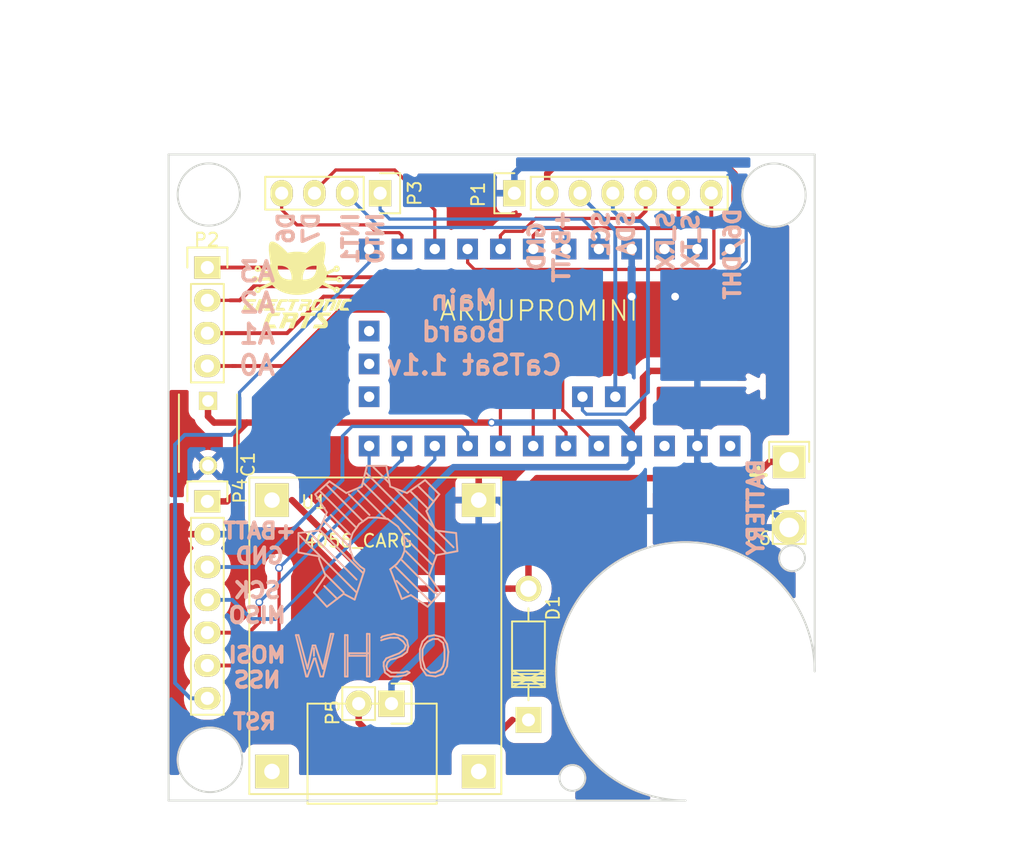
<source format=kicad_pcb>
(kicad_pcb (version 20221018) (generator pcbnew)
  (title_block (title "CatSat") (date "2016-10-16") (rev "0.02") (company "Electronic Cats") (comment 1 "Eduardo Contreras"))
  (layers (0 "F.Cu" signal) (31 "B.Cu" signal) (34 "B.Paste" user) (35 "F.Paste" user) (36 "B.SilkS" user "B.Silkscreen") (37 "F.SilkS" user "F.Silkscreen") (38 "B.Mask" user) (39 "F.Mask" user) (44 "Edge.Cuts" user))
  (net 0 "")
  (net 1 "GND")
  (net 2 "Net-(D1-Pad2)")
  (net 3 "+BATT")
  (net 4 "Net-(RAW1-Pad7)")
  (net 5 "Net-(RAW1-Pad8)")
  (net 6 "Net-(RAW1-Pad9)")
  (net 7 "Net-(RAW1-Pad19)")
  (net 8 "Net-(RAW1-Pad21)")
  (net 9 "Net-(U1-Pad1)")
  (net 10 "Net-(U1-Pad2)")
  (net 11 "Net-(D1-Pad1)")
  (net 12 "/SCL")
  (net 13 "/SDA")
  (net 14 "/S_RX")
  (net 15 "/S_TX")
  (net 16 "/DHT/D6")
  (net 17 "/A3")
  (net 18 "/A2")
  (net 19 "/A1")
  (net 20 "/A0")
  (net 21 "/INT0")
  (net 22 "/INT1")
  (net 23 "/D7")
  (net 24 "/D8")
  (net 25 "/SCK")
  (net 26 "/MISO")
  (net 27 "/MOSI")
  (net 28 "/NSS")
  (net 29 "/RST")
  (footprint "Diodes_ThroughHole:Diode_DO-41_SOD81_Horizontal_RM10" (layer "F.Cu") (at 112.40254 97.66 90)
    (fp_text reference "D1" (at 8.66 1.89746 90) (layer "F.SilkS"))
    (fp_text value "D")
    (pad "1" thru_hole rect (at 0 -0.00254 270) (size 1.99898 1.99898) (drill 1.00076) (layers "*.Cu" "*.Mask" "F.SilkS") (net 11 "Net-(D1-Pad1)"))
    (pad "2" thru_hole circle (at 10.16 -0.00254 270) (size 1.99898 1.99898) (drill 1.27) (layers "*.Cu" "*.Mask" "F.SilkS") (net 2 "Net-(D1-Pad2)"))
  )
  (footprint "Pin_Headers:Pin_Header_Straight_1x07" (layer "F.Cu") (at 111.31 56.9 90)
    (fp_text reference "P1" (at -0.1 -2.8 90) (layer "F.SilkS"))
    (fp_text value "CONN_01X07")
    (pad "1" thru_hole rect (at 0 0 90) (size 2.032 1.7272) (drill 1.016) (layers "*.Cu" "*.Mask" "F.SilkS") (net 1 "GND"))
    (pad "2" thru_hole oval (at 0 2.54 90) (size 2.032 1.7272) (drill 1.016) (layers "*.Cu" "*.Mask" "F.SilkS") (net 3 "+BATT"))
    (pad "3" thru_hole oval (at 0 5.08 90) (size 2.032 1.7272) (drill 1.016) (layers "*.Cu" "*.Mask" "F.SilkS") (net 12 "/SCL"))
    (pad "4" thru_hole oval (at 0 7.62 90) (size 2.032 1.7272) (drill 1.016) (layers "*.Cu" "*.Mask" "F.SilkS") (net 13 "/SDA"))
    (pad "5" thru_hole oval (at 0 10.16 90) (size 2.032 1.7272) (drill 1.016) (layers "*.Cu" "*.Mask" "F.SilkS") (net 14 "/S_RX"))
    (pad "6" thru_hole oval (at 0 12.7 90) (size 2.032 1.7272) (drill 1.016) (layers "*.Cu" "*.Mask" "F.SilkS") (net 15 "/S_TX"))
    (pad "7" thru_hole oval (at 0 15.24 90) (size 2.032 1.7272) (drill 1.016) (layers "*.Cu" "*.Mask" "F.SilkS") (net 16 "/DHT/D6"))
  )
  (footprint "Pin_Headers:Pin_Header_Straight_1x02" (layer "F.Cu") (at 101.8 96.4 -90)
    (fp_text reference "P5" (at 0.7 4.55 270) (layer "F.SilkS"))
    (fp_text value "ON/OFF")
    (pad "1" thru_hole rect (at 0 0 270) (size 2.032 2.032) (drill 1.016) (layers "*.Cu" "*.Mask" "F.SilkS") (net 3 "+BATT"))
    (pad "2" thru_hole oval (at 0 2.54 270) (size 2.032 2.032) (drill 1.016) (layers "*.Cu" "*.Mask" "F.SilkS") (net 11 "Net-(D1-Pad1)"))
  )
  (footprint "Pin_Headers:Pin_Header_Straight_1x04" (layer "F.Cu") (at 87.55 62.65)
    (fp_text reference "P2" (at -0.05 -2.15) (layer "F.SilkS"))
    (fp_text value "CONN_01X04")
    (pad "1" thru_hole rect (at 0 0) (size 2.032 1.7272) (drill 1.016) (layers "*.Cu" "*.Mask" "F.SilkS") (net 17 "/A3"))
    (pad "2" thru_hole oval (at 0 2.54) (size 2.032 1.7272) (drill 1.016) (layers "*.Cu" "*.Mask" "F.SilkS") (net 18 "/A2"))
    (pad "3" thru_hole oval (at 0 5.08) (size 2.032 1.7272) (drill 1.016) (layers "*.Cu" "*.Mask" "F.SilkS") (net 19 "/A1"))
    (pad "4" thru_hole oval (at 0 7.62) (size 2.032 1.7272) (drill 1.016) (layers "*.Cu" "*.Mask" "F.SilkS") (net 20 "/A0"))
  )
  (footprint "Pin_Headers:Pin_Header_Straight_1x07" (layer "F.Cu") (at 87.55 80.75)
    (fp_text reference "P4" (at 2.55 -0.8 90) (layer "F.SilkS"))
    (fp_text value "CONN_01X07")
    (pad "1" thru_hole rect (at 0 0) (size 2.032 1.7272) (drill 1.016) (layers "*.Cu" "*.Mask" "F.SilkS") (net 3 "+BATT"))
    (pad "2" thru_hole oval (at 0 2.54) (size 2.032 1.7272) (drill 1.016) (layers "*.Cu" "*.Mask" "F.SilkS") (net 1 "GND"))
    (pad "3" thru_hole oval (at 0 5.08) (size 2.032 1.7272) (drill 1.016) (layers "*.Cu" "*.Mask" "F.SilkS") (net 25 "/SCK"))
    (pad "4" thru_hole oval (at 0 7.62) (size 2.032 1.7272) (drill 1.016) (layers "*.Cu" "*.Mask" "F.SilkS") (net 26 "/MISO"))
    (pad "5" thru_hole oval (at 0 10.16) (size 2.032 1.7272) (drill 1.016) (layers "*.Cu" "*.Mask" "F.SilkS") (net 27 "/MOSI"))
    (pad "6" thru_hole oval (at 0 12.7) (size 2.032 1.7272) (drill 1.016) (layers "*.Cu" "*.Mask" "F.SilkS") (net 28 "/NSS"))
    (pad "7" thru_hole oval (at 0 15.24) (size 2.032 1.7272) (drill 1.016) (layers "*.Cu" "*.Mask" "F.SilkS") (net 29 "/RST"))
  )
  (footprint "Pin_Headers:Pin_Header_Straight_1x04" (layer "F.Cu") (at 100.92 56.9 -90)
    (fp_text reference "P3" (at 0 -2.68 270) (layer "F.SilkS"))
    (fp_text value "CONN_01X04")
    (pad "1" thru_hole rect (at 0 0 270) (size 2.032 1.7272) (drill 1.016) (layers "*.Cu" "*.Mask" "F.SilkS") (net 21 "/INT0"))
    (pad "2" thru_hole oval (at 0 2.54 270) (size 2.032 1.7272) (drill 1.016) (layers "*.Cu" "*.Mask" "F.SilkS") (net 22 "/INT1"))
    (pad "3" thru_hole oval (at 0 5.08 270) (size 2.032 1.7272) (drill 1.016) (layers "*.Cu" "*.Mask" "F.SilkS") (net 23 "/D7"))
    (pad "4" thru_hole oval (at 0 7.62 270) (size 2.032 1.7272) (drill 1.016) (layers "*.Cu" "*.Mask" "F.SilkS") (net 24 "/D8"))
  )
  (footprint "4056_lipoCharg" (layer "F.Cu") (at 89.8 77.4)
    (fp_text reference "U1" (at 6 3.4) (layer "F.SilkS"))
    (fp_text value "4056_CARG" (at 9.4 6.4) (layer "F.SilkS"))
    (pad "1" thru_hole rect (at 2.75 24.25) (size 2.6 2.6) (drill 1.2) (layers "*.Cu" "*.Mask" "F.SilkS") (net 9 "Net-(U1-Pad1)"))
    (pad "2" thru_hole rect (at 18.75 24.25) (size 2.6 2.6) (drill 1.2) (layers "*.Cu" "*.Mask" "F.SilkS") (net 10 "Net-(U1-Pad2)"))
    (pad "3" thru_hole rect (at 2.75 3.25) (size 2.6 2.6) (drill 1.2) (layers "*.Cu" "*.Mask" "F.SilkS") (net 2 "Net-(D1-Pad2)"))
    (pad "4" thru_hole rect (at 18.75 3.25) (size 2.6 2.6) (drill 1.2) (layers "*.Cu" "*.Mask" "F.SilkS") (net 1 "GND"))
  )
  (footprint "arduinoMiniPro" (layer "F.Cu") (at 121.66 66.3 -90)
    (fp_text reference "RAW1")
    (fp_text value "ARDUPROMINI" (at -0.3 8.46) (layer "F.SilkS") (effects (font (size 1.524 1.524))))
    (pad "7" thru_hole rect (at -5.08 -6.35 90) (size 1.6 1.6) (drill 0.8) (layers "*.Cu" "*.Mask") (net 4 "Net-(RAW1-Pad7)"))
    (pad "8" thru_hole rect (at -5.08 -3.81 90) (size 1.6 1.6) (drill 0.8) (layers "*.Cu" "*.Mask") (net 5 "Net-(RAW1-Pad8)"))
    (pad "9" thru_hole rect (at -5.08 -1.27 90) (size 1.6 1.6) (drill 0.8) (layers "*.Cu" "*.Mask") (net 6 "Net-(RAW1-Pad9)"))
    (pad "10" thru_hole rect (at -5.08 1.27 90) (size 1.6 1.6) (drill 0.8) (layers "*.Cu" "*.Mask") (net 1 "GND"))
    (pad "11" thru_hole rect (at -5.08 3.81 90) (size 1.6 1.6) (drill 0.8) (layers "*.Cu" "*.Mask") (net 21 "/INT0"))
    (pad "12" thru_hole rect (at -5.08 6.35 90) (size 1.6 1.6) (drill 0.8) (layers "*.Cu" "*.Mask") (net 22 "/INT1"))
    (pad "13" thru_hole rect (at -5.08 8.89 90) (size 1.6 1.6) (drill 0.8) (layers "*.Cu" "*.Mask") (net 15 "/S_TX"))
    (pad "14" thru_hole rect (at -5.08 11.43 90) (size 1.6 1.6) (drill 0.8) (layers "*.Cu" "*.Mask") (net 14 "/S_RX"))
    (pad "15" thru_hole rect (at -5.08 13.97 90) (size 1.6 1.6) (drill 0.8) (layers "*.Cu" "*.Mask") (net 16 "/DHT/D6"))
    (pad "16" thru_hole rect (at -5.08 16.51 90) (size 1.6 1.6) (drill 0.8) (layers "*.Cu" "*.Mask") (net 23 "/D7"))
    (pad "17" thru_hole rect (at -5.08 19.05 90) (size 1.6 1.6) (drill 0.8) (layers "*.Cu" "*.Mask") (net 24 "/D8"))
    (pad "18" thru_hole rect (at -5.08 21.59 90) (size 1.6 1.6) (drill 0.8) (layers "*.Cu" "*.Mask") (net 29 "/RST"))
    (pad "19" thru_hole rect (at 10.16 -6.35 90) (size 1.6 1.6) (drill 0.8) (layers "*.Cu" "*.Mask") (net 7 "Net-(RAW1-Pad19)"))
    (pad "20" thru_hole rect (at 10.16 -3.81 90) (size 1.6 1.6) (drill 0.8) (layers "*.Cu" "*.Mask") (net 1 "GND"))
    (pad "21" thru_hole rect (at 10.16 -1.27 90) (size 1.6 1.6) (drill 0.8) (layers "*.Cu" "*.Mask") (net 8 "Net-(RAW1-Pad21)"))
    (pad "22" thru_hole rect (at 10.16 1.27 90) (size 1.6 1.6) (drill 0.8) (layers "*.Cu" "*.Mask") (net 3 "+BATT"))
    (pad "23" thru_hole rect (at 10.16 3.81 90) (size 1.6 1.6) (drill 0.8) (layers "*.Cu" "*.Mask") (net 17 "/A3"))
    (pad "24" thru_hole rect (at 10.16 6.35 90) (size 1.6 1.6) (drill 0.8) (layers "*.Cu" "*.Mask") (net 18 "/A2"))
    (pad "25" thru_hole rect (at 10.16 8.89 90) (size 1.6 1.6) (drill 0.8) (layers "*.Cu" "*.Mask") (net 19 "/A1"))
    (pad "26" thru_hole rect (at 10.16 11.43 90) (size 1.6 1.6) (drill 0.8) (layers "*.Cu" "*.Mask") (net 20 "/A0"))
    (pad "27" thru_hole rect (at 10.16 13.97 90) (size 1.6 1.6) (drill 0.8) (layers "*.Cu" "*.Mask") (net 25 "/SCK"))
    (pad "28" thru_hole rect (at 10.16 16.51 90) (size 1.6 1.6) (drill 0.8) (layers "*.Cu" "*.Mask") (net 26 "/MISO"))
    (pad "29" thru_hole rect (at 10.16 19.05 90) (size 1.6 1.6) (drill 0.8) (layers "*.Cu" "*.Mask") (net 27 "/MOSI"))
    (pad "30" thru_hole rect (at 10.16 21.59 90) (size 1.6 1.6) (drill 0.8) (layers "*.Cu" "*.Mask") (net 28 "/NSS"))
    (pad "31" thru_hole rect (at 6.35 5.08 180) (size 1.6 1.6) (drill 0.8) (layers "*.Cu" "*.Mask") (net 13 "/SDA"))
    (pad "32" thru_hole rect (at 6.35 2.54 180) (size 1.6 1.6) (drill 0.8) (layers "*.Cu" "*.Mask") (net 12 "/SCL"))
    (pad "A6" thru_hole rect (at 3.81 21.59 180) (size 1.6 1.6) (drill 0.8) (layers "*.Cu" "*.Mask"))
    (pad "A7" thru_hole rect (at 6.35 21.59 180) (size 1.6 1.6) (drill 0.8) (layers "*.Cu" "*.Mask"))
    (pad "GND4" thru_hole rect (at 1.27 21.59 180) (size 1.6 1.6) (drill 0.8) (layers "*.Cu" "*.Mask"))
  )
  (footprint "Capacitors_ThroughHole:C_Disc_D6_P5" (layer "F.Cu") (at 87.6 72.975 -90)
    (fp_text reference "C1" (at 4.925 -3.1 270) (layer "F.SilkS"))
    (fp_text value "0.1uF")
    (pad "1" thru_hole rect (at 0 0 270) (size 1.4 1.4) (drill 0.9) (layers "*.Cu" "*.Mask" "F.SilkS") (net 3 "+BATT"))
    (pad "2" thru_hole circle (at 5 0 270) (size 1.4 1.4) (drill 0.9) (layers "*.Cu" "*.Mask" "F.SilkS") (net 1 "GND"))
  )
  (footprint "theinventorhouse:electronic_cats_logo_8x6" (layer "F.Cu") (at 94.5 64)
    (fp_text reference "G***" hide)
    (fp_text value "LOGO" hide)
  )
  (footprint "Pin_Headers:Pin_Header_Straight_1x02" (layer "F.Cu") (at 132.575 78.96)
    (fp_text reference "P6" (at -2.375 4.64) (layer "F.SilkS"))
    (fp_text value "BATTERY" (at -2.575 2.24 90) (layer "B.SilkS") (effects (font (size 1.2 1.2) (thickness 0.3)) (justify mirror)))
    (pad "1" thru_hole rect (at 0 -1.27) (size 2.532 2.532) (drill 1.516) (layers "*.Cu" "*.Mask" "F.SilkS") (net 2 "Net-(D1-Pad2)"))
    (pad "2" thru_hole oval (at 0 3.81) (size 2.532 2.532) (drill 1.516) (layers "*.Cu" "*.Mask" "F.SilkS") (net 1 "GND"))
  )
  (footprint "Symbols:Symbol_OSHW-Logo_SilkScreen_BIG" (layer "B.Cu") (at 100.6 64.8 180)
    (fp_text reference "REF**")
    (fp_text value "Symbol_OSHW-Logo_SilkScreen_BIG")
  )
  (gr_circle (center 115.8 102.15) (end 116.8 102.15) (stroke (width 0.15)) (fill none) (layer "Edge.Cuts"))
  (gr_circle (center 132.8 85.15) (end 133.8 85.15) (stroke (width 0.15)) (fill none) (layer "Edge.Cuts"))
  (gr_arc (start 114.55 93.9) (mid 117.478932 86.828932) (end 124.55 83.9) (stroke (width 0.15)) (layer "Edge.Cuts"))
  (gr_line (start 84.55 103.9) (end 84.55 53.9) (stroke (width 0.15)) (layer "Edge.Cuts"))
  (gr_line (start 84.55 53.9) (end 134.55 53.9) (stroke (width 0.15)) (layer "Edge.Cuts"))
  (gr_circle (center 87.75 100.75) (end 90.25 100.75) (stroke (width 0.15)) (fill none) (layer "Edge.Cuts"))
  (gr_line (start 124.55 103.9) (end 84.55 103.9) (stroke (width 0.15)) (layer "Edge.Cuts"))
  (gr_circle (center 131.4 57.04847) (end 133.8 56.54847) (stroke (width 0.15)) (fill none) (layer "Edge.Cuts"))
  (gr_circle (center 87.658318 57) (end 90.058318 57.2) (stroke (width 0.15)) (fill none) (layer "Edge.Cuts"))
  (gr_arc (start 124.55 83.9) (mid 131.621068 86.828932) (end 134.55 93.9) (stroke (width 0.15)) (layer "Edge.Cuts"))
  (gr_arc (start 124.55 103.9) (mid 117.478932 100.971068) (end 114.55 93.9) (stroke (width 0.15)) (layer "Edge.Cuts"))
  (gr_line (start 134.55 93.9) (end 134.55 53.9) (stroke (width 0.15)) (layer "Edge.Cuts"))
  (gr_text "+BATT\nGND" (at 91.6 84) (layer "B.SilkS") (effects (font (size 1.2 1.2) (thickness 0.3)) (justify mirror)))
  (gr_text "GND\n+BATT" (at 114 61 90) (layer "B.SilkS") (effects (font (size 1.2 1.2) (thickness 0.3)) (justify mirror)))
  (gr_text "D6\nD7" (at 94.6 59.6 90) (layer "B.SilkS") (effects (font (size 1.2 1.2) (thickness 0.3)) (justify mirror)))
  (gr_text "MOSI\nNSS" (at 91.4 93.6) (layer "B.SilkS") (effects (font (size 1.2 1.2) (thickness 0.3)) (justify mirror)))
  (gr_text "A3\nA2\nA1\nA0" (at 91.4 66.6) (layer "B.SilkS") (effects (font (size 1.5 1.5) (thickness 0.3)) (justify mirror)))
  (gr_text "D6/DHT" (at 128.2 61.6 90) (layer "B.SilkS") (effects (font (size 1.2 1.2) (thickness 0.3)) (justify mirror)))
  (gr_text "S_RX\nS_TX" (at 124 60.6 90) (layer "B.SilkS") (effects (font (size 1.2 1.2) (thickness 0.3)) (justify mirror)))
  (gr_text "SCL\nSDA" (at 119 60 90) (layer "B.SilkS") (effects (font (size 1.2 1.2) (thickness 0.3)) (justify mirror)))
  (gr_text "CaTSat 1.1v" (at 108.2 70.2) (layer "B.SilkS") (effects (font (size 1.5 1.5) (thickness 0.3)) (justify mirror)))
  (gr_text "INT1\nINT0" (at 99.6 60.4 90) (layer "B.SilkS") (effects (font (size 1.2 1.2) (thickness 0.3)) (justify mirror)))
  (gr_text " Main \nBoard" (at 107.4 66.4) (layer "B.SilkS") (effects (font (size 1.5 1.5) (thickness 0.3)) (justify mirror)))
  (gr_text "SCK\nMISO" (at 91.4 88.6) (layer "B.SilkS") (effects (font (size 1.2 1.2) (thickness 0.3)) (justify mirror)))
  (gr_text "RST" (at 91.2 97.8) (layer "B.SilkS") (effects (font (size 1.2 1.2) (thickness 0.3)) (justify mirror)))
  (gr_text "+\n" (at 130.2 78.6) (layer "F.SilkS") (effects (font (size 1.5 1.5) (thickness 0.3))))
  (segment (start 120.386543 64.9) (end 123.75 64.9) (width 0.5) (layer "F.Cu") (net 1))
  (via (at 123.75 64.9) (size 0.8) (drill 0.6) (layers "F.Cu" "B.Cu") (net 1))
  (via (at 120.386543 64.9) (size 0.8) (drill 0.6) (layers "F.Cu" "B.Cu") (net 1))
  (segment (start 125.47 76.46) (end 125.47 77.76) (width 0.5) (layer "B.Cu") (net 1))
  (segment (start 111.744 54.95) (end 111.31 55.384) (width 0.5) (layer "B.Cu") (net 1))
  (segment (start 129.25 58.85) (end 129.22099 58.82099) (width 0.5) (layer "B.Cu") (net 1))
  (segment (start 125.47 77.76) (end 128.275 80.565) (width 0.5) (layer "B.Cu") (net 1))
  (segment (start 128.275 81.49) (end 128.5 81.49) (width 0.5) (layer "B.Cu") (net 1))
  (segment (start 110.1 80.65) (end 110.94 81.49) (width 0.5) (layer "B.Cu") (net 1))
  (segment (start 127.8 54.95) (end 111.744 54.95) (width 0.5) (layer "B.Cu") (net 1))
  (segment (start 120.39 64.896543) (end 120.386543 64.9) (width 0.5) (layer "B.Cu") (net 1))
  (segment (start 128.275 81.49) (end 131.295 81.49) (width 0.5) (layer "B.Cu") (net 1))
  (segment (start 120.39 61.22) (end 120.39 64.896543) (width 0.5) (layer "B.Cu") (net 1))
  (segment (start 128.275 80.565) (end 128.275 81.49) (width 0.5) (layer "B.Cu") (net 1))
  (segment (start 129.25 62.165002) (end 126.515002 64.9) (width 0.25) (layer "B.Cu") (net 1))
  (segment (start 123.75 64.9) (end 123.75 66.23) (width 0.5) (layer "B.Cu") (net 1))
  (segment (start 108.55 80.65) (end 110.1 80.65) (width 0.5) (layer "B.Cu") (net 1))
  (segment (start 124.174264 64.9) (end 123.75 64.9) (width 0.25) (layer "B.Cu") (net 1))
  (segment (start 131.295 81.49) (end 132.575 82.77) (width 0.5) (layer "B.Cu") (net 1))
  (segment (start 125.47 76.46) (end 125.47 67.95) (width 0.5) (layer "B.Cu") (net 1))
  (segment (start 110.94 81.49) (end 128.275 81.49) (width 0.5) (layer "B.Cu") (net 1))
  (segment (start 128.45 55.6) (end 127.8 54.95) (width 0.5) (layer "B.Cu") (net 1))
  (segment (start 111.31 55.384) (end 111.31 56.9) (width 0.5) (layer "B.Cu") (net 1))
  (segment (start 129.22099 58.82099) (end 128.82099 58.82099) (width 0.5) (layer "B.Cu") (net 1))
  (segment (start 123.75 66.23) (end 125.47 67.95) (width 0.5) (layer "B.Cu") (net 1))
  (segment (start 128.82099 58.82099) (end 128.45 58.45) (width 0.5) (layer "B.Cu") (net 1))
  (segment (start 129.25 58.85) (end 129.25 62.165002) (width 0.25) (layer "B.Cu") (net 1))
  (segment (start 128.45 58.45) (end 128.45 55.6) (width 0.5) (layer "B.Cu") (net 1))
  (segment (start 126.515002 64.9) (end 124.174264 64.9) (width 0.25) (layer "B.Cu") (net 1))
  (segment (start 130.05 78.95) (end 130.05 78.699) (width 0.25) (layer "F.Cu") (net 2))
  (segment (start 130.05 78.699) (end 131.059 77.69) (width 0.5) (layer "F.Cu") (net 2))
  (segment (start 110.3 87.5) (end 111 87.5) (width 0.3) (layer "F.Cu") (net 2))
  (segment (start 110.3 87.5) (end 110.65 87.5) (width 0.5) (layer "F.Cu") (net 2))
  (segment (start 111 87.5) (end 112.4 87.5) (width 0.5) (layer "F.Cu") (net 2))
  (segment (start 94.1 80.65) (end 100.95 87.5) (width 0.5) (layer "F.Cu") (net 2))
  (segment (start 92.55 80.65) (end 94.1 80.65) (width 0.25) (layer "F.Cu") (net 2))
  (segment (start 113.05 78.95) (end 120.95 78.95) (width 0.5) (layer "F.Cu") (net 2))
  (segment (start 120.95 78.95) (end 130.05 78.95) (width 0.5) (layer "F.Cu") (net 2))
  (segment (start 112.4 87.5) (end 110.65 87.5) (width 0.3) (layer "F.Cu") (net 2))
  (segment (start 110.65 87.5) (end 110.986508 87.5) (width 0.5) (layer "F.Cu") (net 2))
  (segment (start 131.059 77.69) (end 132.575 77.69) (width 0.5) (layer "F.Cu") (net 2))
  (segment (start 112.4 87.5) (end 112.4 79.6) (width 0.5) (layer "F.Cu") (net 2))
  (segment (start 110.986508 87.5) (end 112.4 87.5) (width 0.25) (layer "F.Cu") (net 2))
  (segment (start 100.95 87.5) (end 110.3 87.5) (width 0.5) (layer "F.Cu") (net 2))
  (segment (start 112.4 79.6) (end 113.05 78.95) (width 0.5) (layer "F.Cu") (net 2))
  (segment (start 120.39 75.16) (end 121.267429 74.282571) (width 0.5) (layer "F.Cu") (net 3))
  (segment (start 87.6 74.175) (end 88.075 74.65) (width 0.5) (layer "F.Cu") (net 3))
  (segment (start 121.267429 71.182571) (end 121.8 70.65) (width 0.5) (layer "F.Cu") (net 3))
  (segment (start 130.5 61.95) (end 130.5 60.55) (width 0.5) (layer "F.Cu") (net 3))
  (segment (start 90.6 74.65) (end 109.55 74.65) (width 0.5) (layer "F.Cu") (net 3))
  (segment (start 130.5 60.55) (end 128.35 58.4) (width 0.5) (layer "F.Cu") (net 3))
  (segment (start 127.6 70.65) (end 128.5 69.75) (width 0.5) (layer "F.Cu") (net 3))
  (segment (start 120.39 76.46) (end 120.39 75.16) (width 0.5) (layer "F.Cu") (net 3))
  (segment (start 128.5 69.75) (end 128.5 63.95) (width 0.5) (layer "F.Cu") (net 3))
  (segment (start 89.8 75.45) (end 90.6 74.65) (width 0.5) (layer "F.Cu") (net 3))
  (segment (start 87.55 80.75) (end 89.066 80.75) (width 0.5) (layer "F.Cu") (net 3))
  (segment (start 128.5 63.95) (end 130.5 61.95) (width 0.5) (layer "F.Cu") (net 3))
  (segment (start 89.066 80.75) (end 89.8 80.016) (width 0.5) (layer "F.Cu") (net 3))
  (segment (start 113.85 55.384) (end 113.85 56.9) (width 0.5) (layer "F.Cu") (net 3))
  (segment (start 114.384 54.85) (end 113.85 55.384) (width 0.5) (layer "F.Cu") (net 3))
  (segment (start 88.075 74.65) (end 90.25 74.65) (width 0.5) (layer "F.Cu") (net 3))
  (segment (start 127.8 54.85) (end 114.384 54.85) (width 0.5) (layer "F.Cu") (net 3))
  (segment (start 128.35 55.4) (end 127.8 54.85) (width 0.5) (layer "F.Cu") (net 3))
  (segment (start 90.25 74.65) (end 90.6 74.65) (width 0.5) (layer "F.Cu") (net 3))
  (segment (start 128.35 58.4) (end 128.35 55.4) (width 0.5) (layer "F.Cu") (net 3))
  (segment (start 121.8 70.65) (end 127.6 70.65) (width 0.5) (layer "F.Cu") (net 3))
  (segment (start 87.6 72.975) (end 87.6 74.175) (width 0.5) (layer "F.Cu") (net 3))
  (segment (start 89.8 80.016) (end 89.8 75.45) (width 0.5) (layer "F.Cu") (net 3))
  (segment (start 121.267429 74.282571) (end 121.267429 71.182571) (width 0.5) (layer "F.Cu") (net 3))
  (via (at 109.55 74.65) (size 0.6) (drill 0.4) (layers "F.Cu" "B.Cu") (net 3))
  (segment (start 109.55 74.65) (end 119.45 74.65) (width 0.5) (layer "B.Cu") (net 3))
  (segment (start 119.45 74.65) (end 120.39 75.59) (width 0.5) (layer "B.Cu") (net 3))
  (segment (start 120.39 75.59) (end 120.39 76.46) (width 0.5) (layer "B.Cu") (net 3))
  (segment (start 106.6 78.1) (end 104.9 79.8) (width 0.5) (layer "B.Cu") (net 3))
  (segment (start 120.39 75.41) (end 120.39 76.46) (width 0.25) (layer "B.Cu") (net 3))
  (segment (start 120.39 77.76) (end 120.05 78.1) (width 0.5) (layer "B.Cu") (net 3))
  (segment (start 104.9 79.8) (end 104.9 91.784) (width 0.5) (layer "B.Cu") (net 3))
  (segment (start 120.39 76.46) (end 120.39 77.76) (width 0.5) (layer "B.Cu") (net 3))
  (segment (start 119.63 74.65) (end 120.39 75.41) (width 0.25) (layer "B.Cu") (net 3))
  (segment (start 109.55 74.65) (end 119.63 74.65) (width 0.25) (layer "B.Cu") (net 3))
  (segment (start 101.8 94.884) (end 101.8 96.4) (width 0.5) (layer "B.Cu") (net 3))
  (segment (start 120.05 78.1) (end 106.6 78.1) (width 0.5) (layer "B.Cu") (net 3))
  (segment (start 104.9 91.784) (end 101.8 94.884) (width 0.5) (layer "B.Cu") (net 3))
  (segment (start 99.26 97.86) (end 99.26 96.4) (width 0.5) (layer "F.Cu") (net 11))
  (segment (start 111.15051 97.66) (end 112.4 97.66) (width 0.25) (layer "F.Cu") (net 11))
  (segment (start 101.46 98.6) (end 100 98.6) (width 0.5) (layer "F.Cu") (net 11))
  (segment (start 110.21051 98.6) (end 111.15051 97.66) (width 0.5) (layer "F.Cu") (net 11))
  (segment (start 101.46 98.6) (end 110.21051 98.6) (width 0.5) (layer "F.Cu") (net 11))
  (segment (start 100 98.6) (end 99.26 97.86) (width 0.5) (layer "F.Cu") (net 11))
  (segment (start 116.39 57.0524) (end 119.12 59.7824) (width 0.3) (layer "B.Cu") (net 12))
  (segment (start 119.12 59.7824) (end 119.12 72.65) (width 0.3) (layer "B.Cu") (net 12))
  (segment (start 116.39 56.9) (end 116.39 57.0524) (width 0.3) (layer "B.Cu") (net 12))
  (segment (start 121.65 72.305002) (end 121.65 59.6) (width 0.3) (layer "B.Cu") (net 13))
  (segment (start 116.58 73.7) (end 116.88 74) (width 0.25) (layer "B.Cu") (net 13))
  (segment (start 118.93 58.23) (end 118.93 56.9) (width 0.3) (layer "B.Cu") (net 13))
  (segment (start 116.58 72.65) (end 116.58 73.7) (width 0.25) (layer "B.Cu") (net 13))
  (segment (start 119.75 59.05) (end 118.93 58.23) (width 0.3) (layer "B.Cu") (net 13))
  (segment (start 121.1 59.05) (end 119.75 59.05) (width 0.3) (layer "B.Cu") (net 13))
  (segment (start 121.65 59.6) (end 121.1 59.05) (width 0.3) (layer "B.Cu") (net 13))
  (segment (start 116.88 74) (end 119.955002 74) (width 0.25) (layer "B.Cu") (net 13))
  (segment (start 119.955002 74) (end 121.65 72.305002) (width 0.25) (layer "B.Cu") (net 13))
  (segment (start 110.55 59.85) (end 111.95 59.85) (width 0.25) (layer "F.Cu") (net 14))
  (segment (start 112.95 58.85) (end 120.55 58.85) (width 0.25) (layer "F.Cu") (net 14))
  (segment (start 120.9 58.85) (end 120.55 58.85) (width 0.3) (layer "F.Cu") (net 14))
  (segment (start 110.23 60.17) (end 110.55 59.85) (width 0.25) (layer "F.Cu") (net 14))
  (segment (start 121.47 58.28) (end 121.47 56.9) (width 0.3) (layer "F.Cu") (net 14))
  (segment (start 120.9 58.85) (end 121.47 58.28) (width 0.3) (layer "F.Cu") (net 14))
  (segment (start 110.23 61.22) (end 110.23 60.17) (width 0.25) (layer "F.Cu") (net 14))
  (segment (start 111.95 59.85) (end 112.95 58.85) (width 0.25) (layer "F.Cu") (net 14))
  (segment (start 113.34 59.6) (end 112.77 60.17) (width 0.25) (layer "F.Cu") (net 15))
  (segment (start 123.75 59.6) (end 124.01 59.34) (width 0.3) (layer "F.Cu") (net 15))
  (segment (start 124.01 59.34) (end 124.01 56.9) (width 0.3) (layer "F.Cu") (net 15))
  (segment (start 112.77 60.17) (end 112.77 61.22) (width 0.25) (layer "F.Cu") (net 15))
  (segment (start 113.34 59.6) (end 123.75 59.6) (width 0.3) (layer "F.Cu") (net 15))
  (segment (start 126.75 59.456) (end 126.55 59.256) (width 0.3) (layer "F.Cu") (net 16))
  (segment (start 126.55 59.256) (end 126.55 56.9) (width 0.3) (layer "F.Cu") (net 16))
  (segment (start 126.3 62.8) (end 108.22 62.8) (width 0.25) (layer "F.Cu") (net 16))
  (segment (start 108.22 62.8) (end 107.69 62.27) (width 0.25) (layer "F.Cu") (net 16))
  (segment (start 126.75 62.35) (end 126.3 62.8) (width 0.25) (layer "F.Cu") (net 16))
  (segment (start 107.69 62.27) (end 107.69 61.22) (width 0.25) (layer "F.Cu") (net 16))
  (segment (start 126.75 59.456) (end 126.75 62.35) (width 0.25) (layer "F.Cu") (net 16))
  (segment (start 115.05 70.3) (end 115.05 73.7) (width 0.25) (layer "F.Cu") (net 17))
  (segment (start 115.05 73.7) (end 115.09 73.7) (width 0.25) (layer "F.Cu") (net 17))
  (segment (start 96.85 63.4) (end 112.05 63.4) (width 0.3) (layer "F.Cu") (net 17))
  (segment (start 117.85 76.105002) (end 117.85 76.46) (width 0.25) (layer "F.Cu") (net 17))
  (segment (start 112.05 63.4) (end 115.05 66.4) (width 0.3) (layer "F.Cu") (net 17))
  (segment (start 87.55 62.65) (end 96.1 62.65) (width 0.3) (layer "F.Cu") (net 17))
  (segment (start 115.05 66.4) (end 115.05 70.3) (width 0.3) (layer "F.Cu") (net 17))
  (segment (start 96.1 62.65) (end 96.85 63.4) (width 0.3) (layer "F.Cu") (net 17))
  (segment (start 115.09 73.7) (end 117.85 76.46) (width 0.25) (layer "F.Cu") (net 17))
  (segment (start 90.06 65.19) (end 91 64.25) (width 0.3) (layer "F.Cu") (net 18))
  (segment (start 115.31 76.46) (end 115.31 75.41) (width 0.25) (layer "F.Cu") (net 18))
  (segment (start 114.4 74.5) (end 114.4 70.45) (width 0.25) (layer "F.Cu") (net 18))
  (segment (start 114.4 70.45) (end 114.4 67.15) (width 0.3) (layer "F.Cu") (net 18))
  (segment (start 91.15 64.1) (end 91 64.25) (width 0.3) (layer "F.Cu") (net 18))
  (segment (start 115.31 75.41) (end 114.4 74.5) (width 0.25) (layer "F.Cu") (net 18))
  (segment (start 89.31 65.19) (end 87.55 65.19) (width 0.25) (layer "F.Cu") (net 18))
  (segment (start 111.35 64.1) (end 91.15 64.1) (width 0.3) (layer "F.Cu") (net 18))
  (segment (start 89.31 65.19) (end 90.06 65.19) (width 0.3) (layer "F.Cu") (net 18))
  (segment (start 114.4 67.15) (end 111.35 64.1) (width 0.3) (layer "F.Cu") (net 18))
  (segment (start 96.55 64.9) (end 110.8 64.9) (width 0.3) (layer "F.Cu") (net 19))
  (segment (start 93.72 67.73) (end 96.55 64.9) (width 0.3) (layer "F.Cu") (net 19))
  (segment (start 112.77 66.87) (end 112.77 69.82) (width 0.3) (layer "F.Cu") (net 19))
  (segment (start 87.55 67.73) (end 90.52 67.73) (width 0.3) (layer "F.Cu") (net 19))
  (segment (start 110.8 64.9) (end 112.77 66.87) (width 0.3) (layer "F.Cu") (net 19))
  (segment (start 87.55 67.73) (end 93.72 67.73) (width 0.3) (layer "F.Cu") (net 19))
  (segment (start 112.77 69.82) (end 112.77 76.46) (width 0.25) (layer "F.Cu") (net 19))
  (segment (start 89.5 70.27) (end 93.43 70.27) (width 0.3) (layer "F.Cu") (net 20))
  (segment (start 110.23 66.48) (end 110.23 68.75) (width 0.3) (layer "F.Cu") (net 20))
  (segment (start 110.23 68.75) (end 110.23 76.46) (width 0.25) (layer "F.Cu") (net 20))
  (segment (start 89.5 70.27) (end 89.73 70.27) (width 0.3) (layer "F.Cu") (net 20))
  (segment (start 109.75 66) (end 110.23 66.48) (width 0.3) (layer "F.Cu") (net 20))
  (segment (start 87.55 70.27) (end 89.5 70.27) (width 0.3) (layer "F.Cu") (net 20))
  (segment (start 93.43 70.27) (end 97.7 66) (width 0.3) (layer "F.Cu") (net 20))
  (segment (start 97.7 66) (end 109.75 66) (width 0.3) (layer "F.Cu") (net 20))
  (segment (start 110.23 68.58) (end 110.23 68.75) (width 0.25) (layer "F.Cu") (net 20))
  (segment (start 100.92 58.166) (end 101.654 58.9) (width 0.25) (layer "B.Cu") (net 21))
  (segment (start 117.85 60.17) (end 117.85 61.22) (width 0.25) (layer "B.Cu") (net 21))
  (segment (start 116.58 58.9) (end 117.85 60.17) (width 0.25) (layer "B.Cu") (net 21))
  (segment (start 100.92 56.9) (end 100.92 58.166) (width 0.25) (layer "B.Cu") (net 21))
  (segment (start 101.654 58.9) (end 116.58 58.9) (width 0.25) (layer "B.Cu") (net 21))
  (segment (start 114.69 59.55) (end 100.8776 59.55) (width 0.25) (layer "B.Cu") (net 22))
  (segment (start 98.38 57.0524) (end 98.38 56.9) (width 0.25) (layer "B.Cu") (net 22))
  (segment (start 115.31 61.22) (end 115.31 60.17) (width 0.25) (layer "B.Cu") (net 22))
  (segment (start 115.31 60.17) (end 114.69 59.55) (width 0.25) (layer "B.Cu") (net 22))
  (segment (start 100.8776 59.55) (end 98.38 57.0524) (width 0.25) (layer "B.Cu") (net 22))
  (segment (start 102.05 55.1) (end 97.4876 55.1) (width 0.25) (layer "F.Cu") (net 23))
  (segment (start 95.84 56.7476) (end 95.84 56.9) (width 0.25) (layer "F.Cu") (net 23))
  (segment (start 105.15 61.22) (end 105.15 58.2) (width 0.25) (layer "F.Cu") (net 23))
  (segment (start 97.4876 55.1) (end 95.84 56.7476) (width 0.25) (layer "F.Cu") (net 23))
  (segment (start 105.15 58.2) (end 102.05 55.1) (width 0.25) (layer "F.Cu") (net 23))
  (segment (start 93.3 58.166) (end 94.484 59.35) (width 0.25) (layer "F.Cu") (net 24))
  (segment (start 102.39 59.95) (end 102.61 60.17) (width 0.25) (layer "F.Cu") (net 24))
  (segment (start 93.3 56.9) (end 93.3 58.166) (width 0.25) (layer "F.Cu") (net 24))
  (segment (start 102.61 60.17) (end 102.61 61.22) (width 0.25) (layer "F.Cu") (net 24))
  (segment (start 94.484 59.35) (end 100.05 59.35) (width 0.25) (layer "F.Cu") (net 24))
  (segment (start 100.65 59.95) (end 102.39 59.95) (width 0.25) (layer "F.Cu") (net 24))
  (segment (start 100.05 59.35) (end 100.65 59.95) (width 0.25) (layer "F.Cu") (net 24))
  (segment (start 107.69 76.46) (end 107.69 75.41) (width 0.25) (layer "B.Cu") (net 25))
  (segment (start 107.69 75.41) (end 107.23 74.95) (width 0.25) (layer "B.Cu") (net 25))
  (segment (start 91.3 85.8) (end 98 79.1) (width 0.3) (layer "B.Cu") (net 25))
  (segment (start 107.23 74.95) (end 98.75 74.95) (width 0.25) (layer "B.Cu") (net 25))
  (segment (start 87.55 85.83) (end 91.27 85.83) (width 0.3) (layer "B.Cu") (net 25))
  (segment (start 98 79.1) (end 98 77.15) (width 0.3) (layer "B.Cu") (net 25))
  (segment (start 91.27 85.83) (end 91.3 85.8) (width 0.3) (layer "B.Cu") (net 25))
  (segment (start 98 75.7) (end 98 77.15) (width 0.25) (layer "B.Cu") (net 25))
  (segment (start 98.75 74.95) (end 98 75.7) (width 0.25) (layer "B.Cu") (net 25))
  (segment (start 105.15 76.46) (end 105.15 77.51) (width 0.25) (layer "B.Cu") (net 26))
  (segment (start 87.55 88.37) (end 89.47 88.37) (width 0.3) (layer "B.Cu") (net 26))
  (segment (start 89.47 88.37) (end 90.95 89.85) (width 0.3) (layer "B.Cu") (net 26))
  (segment (start 90.95 89.85) (end 92.81 89.85) (width 0.3) (layer "B.Cu") (net 26))
  (segment (start 92.81 89.85) (end 92.8 89.86) (width 0.25) (layer "B.Cu") (net 26))
  (segment (start 105.15 77.51) (end 92.81 89.85) (width 0.25) (layer "B.Cu") (net 26))
  (segment (start 91.57 90.1) (end 91.57 88.55) (width 0.25) (layer "F.Cu") (net 27))
  (segment (start 90.76 90.91) (end 91.57 90.1) (width 0.3) (layer "F.Cu") (net 27))
  (segment (start 87.55 90.91) (end 90.76 90.91) (width 0.3) (layer "F.Cu") (net 27))
  (via (at 91.57 88.55) (size 0.6) (drill 0.4) (layers "F.Cu" "B.Cu") (net 27))
  (segment (start 102.61 77.56) (end 102.55 77.62) (width 0.3) (layer "B.Cu") (net 27))
  (segment (start 102.61 76.46) (end 102.61 77.51) (width 0.25) (layer "B.Cu") (net 27))
  (segment (start 102.61 77.51) (end 91.57 88.55) (width 0.25) (layer "B.Cu") (net 27))
  (segment (start 102.61 76.46) (end 102.61 77.56) (width 0.3) (layer "B.Cu") (net 27))
  (segment (start 93.1 89.5424) (end 93.1 85.9) (width 0.25) (layer "F.Cu") (net 28))
  (segment (start 92.55 93.45) (end 93.1 92.9) (width 0.3) (layer "F.Cu") (net 28))
  (segment (start 93.1 92.9) (end 93.1 89.5424) (width 0.25) (layer "F.Cu") (net 28))
  (segment (start 87.55 93.45) (end 92.55 93.45) (width 0.3) (layer "F.Cu") (net 28))
  (via (at 93.1 85.9) (size 0.6) (drill 0.4) (layers "F.Cu" "B.Cu") (net 28))
  (segment (start 93.1 85.9) (end 100.07 78.93) (width 0.25) (layer "B.Cu") (net 28))
  (segment (start 100.07 78.93) (end 100.07 76.46) (width 0.25) (layer "B.Cu") (net 28))
  (segment (start 90.04 72.745002) (end 90.04 72.3) (width 0.25) (layer "B.Cu") (net 29))
  (segment (start 90.04 72.3) (end 100.07 62.27) (width 0.25) (layer "B.Cu") (net 29))
  (segment (start 85.05 76.35) (end 85.8 75.6) (width 0.3) (layer "B.Cu") (net 29))
  (segment (start 89.4 75.6) (end 90.04 74.96) (width 0.3) (layer "B.Cu") (net 29))
  (segment (start 85.8 75.6) (end 89.4 75.6) (width 0.3) (layer "B.Cu") (net 29))
  (segment (start 85.05 94.806) (end 85.05 76.35) (width 0.3) (layer "B.Cu") (net 29))
  (segment (start 87.55 95.99) (end 86.234 95.99) (width 0.3) (layer "B.Cu") (net 29))
  (segment (start 90.04 74.96) (end 90.04 72.745002) (width 0.3) (layer "B.Cu") (net 29))
  (segment (start 100.07 62.27) (end 100.07 61.22) (width 0.25) (layer "B.Cu") (net 29))
  (segment (start 86.234 95.99) (end 85.05 94.806) (width 0.3) (layer "B.Cu") (net 29))
  (zone (net 1) (net_name "GND") (layer "F.Cu") (connect_pads (clearance 0.8)) (min_thickness 0.254) (fill yes (thermal_gap 0.508) (thermal_bridge_width 0.508))
    (polygon (pts (xy 84.65 54) (xy 134.4 54) (xy 134.55 103.9) (xy 84.55 103.9)))
  )
  (zone (net 1) (net_name "GND") (layer "B.Cu") (connect_pads (clearance 0.8)) (min_thickness 0.254) (fill yes (thermal_gap 0.508) (thermal_bridge_width 0.508))
    (polygon (pts (xy 134.55 103.9) (xy 84.6 103.9) (xy 84.55 53.9) (xy 134.55 53.9)))
  )
)
</source>
